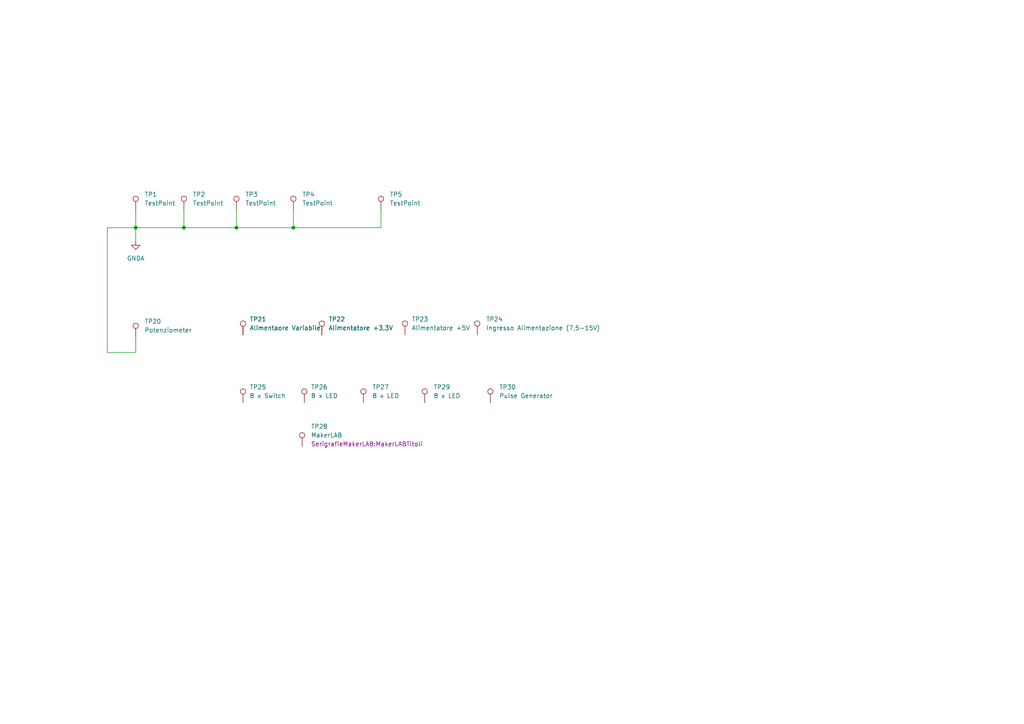
<source format=kicad_sch>
(kicad_sch (version 20211123) (generator eeschema)
  (paper "A4")
  (lib_symbols
    (symbol "Connector:TestPoint" (pin_numbers hide) (pin_names (offset 0.762) hide)
      (property "Reference" "TP" (at 0 6.858 0))
      (property "Value" "TestPoint" (at 0 5.08 0))
      (symbol "TestPoint_0_1"
        (circle (center 0 3.302) (radius 0.762))
      )
      (symbol "TestPoint_1_1"
        (pin passive line (at 0 0 90) (length 2.54) (name "1") (number "1"))
      )
    )
    (symbol "power:GNDA" (power) (pin_names (offset 0))
      (property "Value" "GNDA" (at 0 -3.81 0))
      (symbol "GNDA_0_1"
        (polyline (pts (xy 0 0) (xy 0 -1.27) (xy 1.27 -1.27) (xy 0 -2.54) (xy -1.27 -1.27) (xy 0 -1.27)))
      )
      (symbol "GNDA_1_1"
        (pin power_in line (at 0 0 270) (length 0) hide (name "GNDA") (number "1"))
      )
    )
  )
  (junction (at 68.58 66.04))
  (junction (at 85.09 66.04))
  (junction (at 53.34 66.04))
  (junction (at 39.37 66.04))
  (wire (pts (xy 68.58 66.04) (xy 85.09 66.04)))
  (wire (pts (xy 39.37 69.85) (xy 39.37 66.04)))
  (wire (pts (xy 85.09 66.04) (xy 110.49 66.04)))
  (wire (pts (xy 31.115 66.04) (xy 39.37 66.04)))
  (wire (pts (xy 68.58 60.96) (xy 68.58 66.04)))
  (wire (pts (xy 85.09 60.96) (xy 85.09 66.04)))
  (wire (pts (xy 39.37 60.96) (xy 39.37 66.04)))
  (wire (pts (xy 53.34 60.96) (xy 53.34 66.04)))
  (wire (pts (xy 110.49 66.04) (xy 110.49 60.96)))
  (wire (pts (xy 39.37 97.79) (xy 39.37 102.235)))
  (wire (pts (xy 39.37 66.04) (xy 53.34 66.04)))
  (wire (pts (xy 53.34 66.04) (xy 68.58 66.04)))
  (wire (pts (xy 31.115 102.235) (xy 31.115 66.04)))
  (wire (pts (xy 39.37 102.235) (xy 31.115 102.235)))
  (symbol (lib_id "power:GNDA") (at 39.37 69.85 0) (unit 1)
    (property "Reference" "#PWR0101" (effects hide))
    (property "Value" "GNDA" (at 39.37 74.93 0))
  )
  (symbol (lib_id "Connector:TestPoint") (at 70.485 116.84 0) (unit 1)
    (property "Reference" "TP25" (at 72.39 112.2679 0) (effects (justify left)))
    (property "Value" "8 x Switch" (at 72.39 114.8079 0) (effects (justify left)))
    (property "Footprint" "Symbol:Alimentatore Variabile" (effects hide))
  )
  (symbol (lib_id "Connector:TestPoint") (at 39.37 97.79 0) (unit 1)
    (property "Reference" "TP20" (at 41.91 93.2179 0) (effects (justify left)))
    (property "Value" "Potenziometer" (at 41.91 95.7579 0) (effects (justify left)))
    (property "Footprint" "MountingHole:MountingHole_6.5mm_Pad_Via" (effects hide))
  )
  (symbol (lib_id "Connector:TestPoint") (at 93.345 97.155 0) (unit 1)
    (property "Reference" "TP22" (at 95.25 92.5829 0) (effects (justify left)))
    (property "Value" "Alimentatore +3,3V" (at 95.25 95.1229 0) (effects (justify left)))
    (property "Footprint" "Symbol:Alimentatore Variabile" (effects hide))
  )
  (symbol (lib_id "Connector:TestPoint") (at 85.09 60.96 0) (unit 1)
    (property "Reference" "TP4" (at 87.63 56.3879 0) (effects (justify left)))
    (property "Value" "TestPoint" (at 87.63 58.9279 0) (effects (justify left)))
    (property "Footprint" "MountingHole:MountingHole_3.2mm_M3_Pad_Via" (effects hide))
  )
  (symbol (lib_id "Connector:TestPoint") (at 138.43 97.155 0) (unit 1)
    (property "Reference" "TP24" (at 140.97 92.5829 0) (effects (justify left)))
    (property "Value" "Ingresso Alimentazione (7,5-15V)" (at 140.97 95.1229 0) (effects (justify left)))
    (property "Footprint" "Symbol:Alimentatore Variabile" (effects hide))
  )
  (symbol (lib_id "Connector:TestPoint") (at 117.475 97.155 0) (unit 1)
    (property "Reference" "TP23" (at 119.38 92.5829 0) (effects (justify left)))
    (property "Value" "Alimentatore +5V" (at 119.38 95.1229 0) (effects (justify left)))
    (property "Footprint" "Symbol:Alimentatore Variabile" (effects hide))
  )
  (symbol (lib_id "Connector:TestPoint") (at 68.58 60.96 0) (unit 1)
    (property "Reference" "TP3" (at 71.12 56.3879 0) (effects (justify left)))
    (property "Value" "TestPoint" (at 71.12 58.9279 0) (effects (justify left)))
    (property "Footprint" "MountingHole:MountingHole_3.2mm_M3_Pad_Via" (effects hide))
  )
  (symbol (lib_id "Connector:TestPoint") (at 88.265 116.84 0) (unit 1)
    (property "Reference" "TP26" (at 90.17 112.2679 0) (effects (justify left)))
    (property "Value" "8 x LED" (at 90.17 114.8079 0) (effects (justify left)))
    (property "Footprint" "Symbol:Alimentatore Variabile" (effects hide))
  )
  (symbol (lib_id "Connector:TestPoint") (at 53.34 60.96 0) (unit 1)
    (property "Reference" "TP2" (at 55.88 56.3879 0) (effects (justify left)))
    (property "Value" "TestPoint" (at 55.88 58.9279 0) (effects (justify left)))
    (property "Footprint" "MountingHole:MountingHole_3.2mm_M3_Pad_Via" (effects hide))
  )
  (symbol (lib_id "Connector:TestPoint") (at 39.37 60.96 0) (unit 1)
    (property "Reference" "TP1" (at 41.91 56.3879 0) (effects (justify left)))
    (property "Value" "TestPoint" (at 41.91 58.9279 0) (effects (justify left)))
    (property "Footprint" "MountingHole:MountingHole_3.2mm_M3_Pad_Via" (effects hide))
  )
  (symbol (lib_id "Connector:TestPoint") (at 110.49 60.96 0) (unit 1)
    (property "Reference" "TP5" (at 113.03 56.3879 0) (effects (justify left)))
    (property "Value" "TestPoint" (at 113.03 58.9279 0) (effects (justify left)))
    (property "Footprint" "Breadboard:BreadBoard 81x146" (effects hide))
  )
  (symbol (lib_id "Connector:TestPoint") (at 70.485 97.155 0) (unit 1)
    (property "Reference" "TP21" (at 72.39 92.5829 0) (effects (justify left)))
    (property "Value" "Alimentaore Variabile" (at 72.39 95.1229 0) (effects (justify left)))
    (property "Footprint" "Symbol:Alimentatore Variabile" (effects hide))
  )
  (symbol (lib_id "Connector:TestPoint") (at 87.63 129.54 0) (unit 1)
    (property "Reference" "TP28" (at 90.17 123.6979 0) (effects (justify left)))
    (property "Value" "MakerLAB" (at 90.17 126.2379 0) (effects (justify left)))
    (property "Footprint" "SerigrafieMakerLAB:MakerLABTitoli" (at 90.17 128.7779 0) (effects (justify left)))
  )
  (symbol (lib_id "Connector:TestPoint") (at 142.24 116.84 0) (unit 1)
    (property "Reference" "TP30" (at 144.78 112.2679 0) (effects (justify left)))
    (property "Value" "Pulse Generator" (at 144.78 114.8079 0) (effects (justify left)))
    (property "Footprint" "SerigrafieMakerLAB:Clock NE555" (effects hide))
  )
  (symbol (lib_id "Connector:TestPoint") (at 105.41 116.84 0) (unit 1)
    (property "Reference" "TP27" (at 107.95 112.2679 0) (effects (justify left)))
    (property "Value" "8 x LED" (at 107.95 114.8079 0) (effects (justify left)))
    (property "Footprint" "SerigrafieMakerLAB:Disp4x7Seg" (effects hide))
  )
  (symbol (lib_id "Connector:TestPoint") (at 123.19 116.84 0) (unit 1)
    (property "Reference" "TP29" (at 125.73 112.2679 0) (effects (justify left)))
    (property "Value" "8 x LED" (at 125.73 114.8079 0) (effects (justify left)))
    (property "Footprint" "SerigrafieMakerLAB:Clock NE555" (effects hide))
  )
)
</source>
